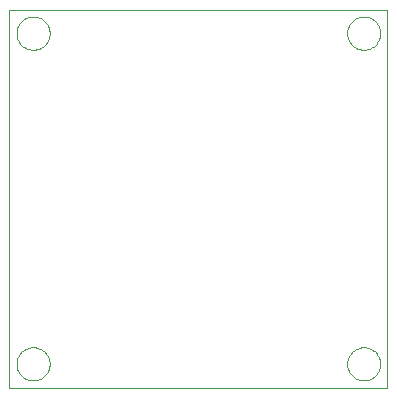
<source format=gbp>
G75*
G70*
%OFA0B0*%
%FSLAX24Y24*%
%IPPOS*%
%LPD*%
%AMOC8*
5,1,8,0,0,1.08239X$1,22.5*
%
%ADD10C,0.0000*%
D10*
X000156Y000156D02*
X012755Y000156D01*
X012755Y012755D01*
X000156Y012755D01*
X000156Y000156D01*
X000393Y000944D02*
X000395Y000991D01*
X000401Y001037D01*
X000411Y001083D01*
X000424Y001128D01*
X000442Y001171D01*
X000463Y001213D01*
X000487Y001253D01*
X000515Y001290D01*
X000546Y001325D01*
X000580Y001358D01*
X000616Y001387D01*
X000655Y001413D01*
X000696Y001436D01*
X000739Y001455D01*
X000783Y001471D01*
X000828Y001483D01*
X000874Y001491D01*
X000921Y001495D01*
X000967Y001495D01*
X001014Y001491D01*
X001060Y001483D01*
X001105Y001471D01*
X001149Y001455D01*
X001192Y001436D01*
X001233Y001413D01*
X001272Y001387D01*
X001308Y001358D01*
X001342Y001325D01*
X001373Y001290D01*
X001401Y001253D01*
X001425Y001213D01*
X001446Y001171D01*
X001464Y001128D01*
X001477Y001083D01*
X001487Y001037D01*
X001493Y000991D01*
X001495Y000944D01*
X001493Y000897D01*
X001487Y000851D01*
X001477Y000805D01*
X001464Y000760D01*
X001446Y000717D01*
X001425Y000675D01*
X001401Y000635D01*
X001373Y000598D01*
X001342Y000563D01*
X001308Y000530D01*
X001272Y000501D01*
X001233Y000475D01*
X001192Y000452D01*
X001149Y000433D01*
X001105Y000417D01*
X001060Y000405D01*
X001014Y000397D01*
X000967Y000393D01*
X000921Y000393D01*
X000874Y000397D01*
X000828Y000405D01*
X000783Y000417D01*
X000739Y000433D01*
X000696Y000452D01*
X000655Y000475D01*
X000616Y000501D01*
X000580Y000530D01*
X000546Y000563D01*
X000515Y000598D01*
X000487Y000635D01*
X000463Y000675D01*
X000442Y000717D01*
X000424Y000760D01*
X000411Y000805D01*
X000401Y000851D01*
X000395Y000897D01*
X000393Y000944D01*
X000393Y011967D02*
X000395Y012014D01*
X000401Y012060D01*
X000411Y012106D01*
X000424Y012151D01*
X000442Y012194D01*
X000463Y012236D01*
X000487Y012276D01*
X000515Y012313D01*
X000546Y012348D01*
X000580Y012381D01*
X000616Y012410D01*
X000655Y012436D01*
X000696Y012459D01*
X000739Y012478D01*
X000783Y012494D01*
X000828Y012506D01*
X000874Y012514D01*
X000921Y012518D01*
X000967Y012518D01*
X001014Y012514D01*
X001060Y012506D01*
X001105Y012494D01*
X001149Y012478D01*
X001192Y012459D01*
X001233Y012436D01*
X001272Y012410D01*
X001308Y012381D01*
X001342Y012348D01*
X001373Y012313D01*
X001401Y012276D01*
X001425Y012236D01*
X001446Y012194D01*
X001464Y012151D01*
X001477Y012106D01*
X001487Y012060D01*
X001493Y012014D01*
X001495Y011967D01*
X001493Y011920D01*
X001487Y011874D01*
X001477Y011828D01*
X001464Y011783D01*
X001446Y011740D01*
X001425Y011698D01*
X001401Y011658D01*
X001373Y011621D01*
X001342Y011586D01*
X001308Y011553D01*
X001272Y011524D01*
X001233Y011498D01*
X001192Y011475D01*
X001149Y011456D01*
X001105Y011440D01*
X001060Y011428D01*
X001014Y011420D01*
X000967Y011416D01*
X000921Y011416D01*
X000874Y011420D01*
X000828Y011428D01*
X000783Y011440D01*
X000739Y011456D01*
X000696Y011475D01*
X000655Y011498D01*
X000616Y011524D01*
X000580Y011553D01*
X000546Y011586D01*
X000515Y011621D01*
X000487Y011658D01*
X000463Y011698D01*
X000442Y011740D01*
X000424Y011783D01*
X000411Y011828D01*
X000401Y011874D01*
X000395Y011920D01*
X000393Y011967D01*
X011416Y011967D02*
X011418Y012014D01*
X011424Y012060D01*
X011434Y012106D01*
X011447Y012151D01*
X011465Y012194D01*
X011486Y012236D01*
X011510Y012276D01*
X011538Y012313D01*
X011569Y012348D01*
X011603Y012381D01*
X011639Y012410D01*
X011678Y012436D01*
X011719Y012459D01*
X011762Y012478D01*
X011806Y012494D01*
X011851Y012506D01*
X011897Y012514D01*
X011944Y012518D01*
X011990Y012518D01*
X012037Y012514D01*
X012083Y012506D01*
X012128Y012494D01*
X012172Y012478D01*
X012215Y012459D01*
X012256Y012436D01*
X012295Y012410D01*
X012331Y012381D01*
X012365Y012348D01*
X012396Y012313D01*
X012424Y012276D01*
X012448Y012236D01*
X012469Y012194D01*
X012487Y012151D01*
X012500Y012106D01*
X012510Y012060D01*
X012516Y012014D01*
X012518Y011967D01*
X012516Y011920D01*
X012510Y011874D01*
X012500Y011828D01*
X012487Y011783D01*
X012469Y011740D01*
X012448Y011698D01*
X012424Y011658D01*
X012396Y011621D01*
X012365Y011586D01*
X012331Y011553D01*
X012295Y011524D01*
X012256Y011498D01*
X012215Y011475D01*
X012172Y011456D01*
X012128Y011440D01*
X012083Y011428D01*
X012037Y011420D01*
X011990Y011416D01*
X011944Y011416D01*
X011897Y011420D01*
X011851Y011428D01*
X011806Y011440D01*
X011762Y011456D01*
X011719Y011475D01*
X011678Y011498D01*
X011639Y011524D01*
X011603Y011553D01*
X011569Y011586D01*
X011538Y011621D01*
X011510Y011658D01*
X011486Y011698D01*
X011465Y011740D01*
X011447Y011783D01*
X011434Y011828D01*
X011424Y011874D01*
X011418Y011920D01*
X011416Y011967D01*
X011416Y000944D02*
X011418Y000991D01*
X011424Y001037D01*
X011434Y001083D01*
X011447Y001128D01*
X011465Y001171D01*
X011486Y001213D01*
X011510Y001253D01*
X011538Y001290D01*
X011569Y001325D01*
X011603Y001358D01*
X011639Y001387D01*
X011678Y001413D01*
X011719Y001436D01*
X011762Y001455D01*
X011806Y001471D01*
X011851Y001483D01*
X011897Y001491D01*
X011944Y001495D01*
X011990Y001495D01*
X012037Y001491D01*
X012083Y001483D01*
X012128Y001471D01*
X012172Y001455D01*
X012215Y001436D01*
X012256Y001413D01*
X012295Y001387D01*
X012331Y001358D01*
X012365Y001325D01*
X012396Y001290D01*
X012424Y001253D01*
X012448Y001213D01*
X012469Y001171D01*
X012487Y001128D01*
X012500Y001083D01*
X012510Y001037D01*
X012516Y000991D01*
X012518Y000944D01*
X012516Y000897D01*
X012510Y000851D01*
X012500Y000805D01*
X012487Y000760D01*
X012469Y000717D01*
X012448Y000675D01*
X012424Y000635D01*
X012396Y000598D01*
X012365Y000563D01*
X012331Y000530D01*
X012295Y000501D01*
X012256Y000475D01*
X012215Y000452D01*
X012172Y000433D01*
X012128Y000417D01*
X012083Y000405D01*
X012037Y000397D01*
X011990Y000393D01*
X011944Y000393D01*
X011897Y000397D01*
X011851Y000405D01*
X011806Y000417D01*
X011762Y000433D01*
X011719Y000452D01*
X011678Y000475D01*
X011639Y000501D01*
X011603Y000530D01*
X011569Y000563D01*
X011538Y000598D01*
X011510Y000635D01*
X011486Y000675D01*
X011465Y000717D01*
X011447Y000760D01*
X011434Y000805D01*
X011424Y000851D01*
X011418Y000897D01*
X011416Y000944D01*
M02*

</source>
